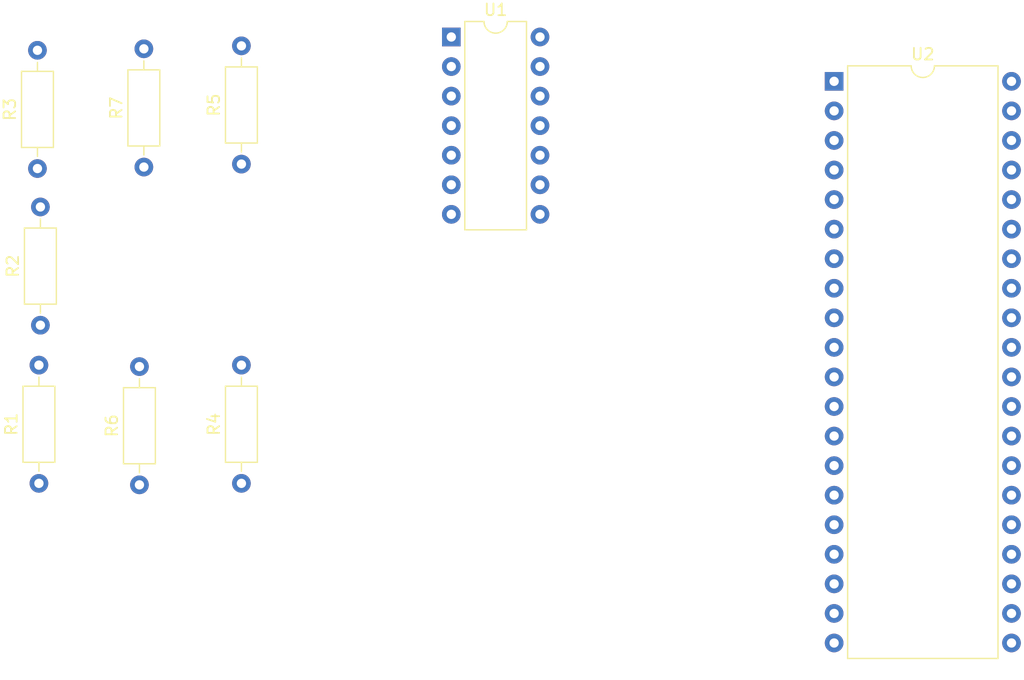
<source format=kicad_pcb>
(kicad_pcb (version 20171130) (host pcbnew "(5.1.0-rc2-4-g73f0b3087)")

  (general
    (thickness 1.6)
    (drawings 0)
    (tracks 0)
    (zones 0)
    (modules 9)
    (nets 43)
  )

  (page A4)
  (layers
    (0 F.Cu signal)
    (31 B.Cu signal)
    (32 B.Adhes user)
    (33 F.Adhes user)
    (34 B.Paste user)
    (35 F.Paste user)
    (36 B.SilkS user)
    (37 F.SilkS user)
    (38 B.Mask user)
    (39 F.Mask user)
    (40 Dwgs.User user)
    (41 Cmts.User user)
    (42 Eco1.User user)
    (43 Eco2.User user)
    (44 Edge.Cuts user)
    (45 Margin user)
    (46 B.CrtYd user)
    (47 F.CrtYd user)
    (48 B.Fab user)
    (49 F.Fab user)
  )

  (setup
    (last_trace_width 0.25)
    (trace_clearance 0.2)
    (zone_clearance 0.508)
    (zone_45_only no)
    (trace_min 0.2)
    (via_size 0.8)
    (via_drill 0.4)
    (via_min_size 0.4)
    (via_min_drill 0.3)
    (uvia_size 0.3)
    (uvia_drill 0.1)
    (uvias_allowed no)
    (uvia_min_size 0.2)
    (uvia_min_drill 0.1)
    (edge_width 0.15)
    (segment_width 0.2)
    (pcb_text_width 0.3)
    (pcb_text_size 1.5 1.5)
    (mod_edge_width 0.15)
    (mod_text_size 1 1)
    (mod_text_width 0.15)
    (pad_size 1.524 1.524)
    (pad_drill 0.762)
    (pad_to_mask_clearance 0.2)
    (aux_axis_origin 0 0)
    (visible_elements 7FFFFFFF)
    (pcbplotparams
      (layerselection 0x010fc_ffffffff)
      (usegerberextensions false)
      (usegerberattributes false)
      (usegerberadvancedattributes false)
      (creategerberjobfile false)
      (excludeedgelayer true)
      (linewidth 0.100000)
      (plotframeref false)
      (viasonmask false)
      (mode 1)
      (useauxorigin false)
      (hpglpennumber 1)
      (hpglpenspeed 20)
      (hpglpendiameter 15.000000)
      (psnegative false)
      (psa4output false)
      (plotreference true)
      (plotvalue true)
      (plotinvisibletext false)
      (padsonsilk false)
      (subtractmaskfromsilk false)
      (outputformat 1)
      (mirror false)
      (drillshape 1)
      (scaleselection 1)
      (outputdirectory ""))
  )

  (net 0 "")
  (net 1 +5V)
  (net 2 "Net-(R1-Pad2)")
  (net 3 "Net-(R2-Pad2)")
  (net 4 GND)
  (net 5 "Net-(R4-Pad2)")
  (net 6 "Net-(R6-Pad2)")
  (net 7 "Net-(U1-Pad1)")
  (net 8 /Level1/out_level_1)
  (net 9 "Net-(U1-Pad6)")
  (net 10 /Level1/out_level_2)
  (net 11 "Net-(U2-Pad1)")
  (net 12 "Net-(U2-Pad21)")
  (net 13 "Net-(U2-Pad22)")
  (net 14 "Net-(U2-Pad23)")
  (net 15 "Net-(U2-Pad24)")
  (net 16 "Net-(U2-Pad25)")
  (net 17 "Net-(U2-Pad6)")
  (net 18 "Net-(U2-Pad26)")
  (net 19 "Net-(U2-Pad7)")
  (net 20 "Net-(U2-Pad27)")
  (net 21 "Net-(U2-Pad8)")
  (net 22 "Net-(U2-Pad28)")
  (net 23 "Net-(U2-Pad9)")
  (net 24 "Net-(U2-Pad29)")
  (net 25 "Net-(U2-Pad10)")
  (net 26 "Net-(U2-Pad30)")
  (net 27 "Net-(U2-Pad13)")
  (net 28 "Net-(U2-Pad33)")
  (net 29 "Net-(U2-Pad14)")
  (net 30 "Net-(U2-Pad34)")
  (net 31 "Net-(U2-Pad15)")
  (net 32 "Net-(U2-Pad35)")
  (net 33 "Net-(U2-Pad16)")
  (net 34 "Net-(U2-Pad36)")
  (net 35 "Net-(U2-Pad17)")
  (net 36 "Net-(U2-Pad37)")
  (net 37 "Net-(U2-Pad18)")
  (net 38 "Net-(U2-Pad38)")
  (net 39 "Net-(U2-Pad19)")
  (net 40 "Net-(U2-Pad39)")
  (net 41 "Net-(U2-Pad20)")
  (net 42 "Net-(U2-Pad40)")

  (net_class Default "This is the default net class."
    (clearance 0.2)
    (trace_width 0.25)
    (via_dia 0.8)
    (via_drill 0.4)
    (uvia_dia 0.3)
    (uvia_drill 0.1)
    (add_net +5V)
    (add_net /Level1/out_level_1)
    (add_net /Level1/out_level_2)
    (add_net GND)
    (add_net "Net-(R1-Pad2)")
    (add_net "Net-(R2-Pad2)")
    (add_net "Net-(R4-Pad2)")
    (add_net "Net-(R6-Pad2)")
    (add_net "Net-(U1-Pad1)")
    (add_net "Net-(U1-Pad6)")
    (add_net "Net-(U2-Pad1)")
    (add_net "Net-(U2-Pad10)")
    (add_net "Net-(U2-Pad13)")
    (add_net "Net-(U2-Pad14)")
    (add_net "Net-(U2-Pad15)")
    (add_net "Net-(U2-Pad16)")
    (add_net "Net-(U2-Pad17)")
    (add_net "Net-(U2-Pad18)")
    (add_net "Net-(U2-Pad19)")
    (add_net "Net-(U2-Pad20)")
    (add_net "Net-(U2-Pad21)")
    (add_net "Net-(U2-Pad22)")
    (add_net "Net-(U2-Pad23)")
    (add_net "Net-(U2-Pad24)")
    (add_net "Net-(U2-Pad25)")
    (add_net "Net-(U2-Pad26)")
    (add_net "Net-(U2-Pad27)")
    (add_net "Net-(U2-Pad28)")
    (add_net "Net-(U2-Pad29)")
    (add_net "Net-(U2-Pad30)")
    (add_net "Net-(U2-Pad33)")
    (add_net "Net-(U2-Pad34)")
    (add_net "Net-(U2-Pad35)")
    (add_net "Net-(U2-Pad36)")
    (add_net "Net-(U2-Pad37)")
    (add_net "Net-(U2-Pad38)")
    (add_net "Net-(U2-Pad39)")
    (add_net "Net-(U2-Pad40)")
    (add_net "Net-(U2-Pad6)")
    (add_net "Net-(U2-Pad7)")
    (add_net "Net-(U2-Pad8)")
    (add_net "Net-(U2-Pad9)")
  )

  (module Resistor_THT:R_Axial_DIN0207_L6.3mm_D2.5mm_P10.16mm_Horizontal (layer F.Cu) (tedit 5AE5139B) (tstamp 5B2A5074)
    (at 70.739 90.17 90)
    (descr "Resistor, Axial_DIN0207 series, Axial, Horizontal, pin pitch=10.16mm, 0.25W = 1/4W, length*diameter=6.3*2.5mm^2, http://cdn-reichelt.de/documents/datenblatt/B400/1_4W%23YAG.pdf")
    (tags "Resistor Axial_DIN0207 series Axial Horizontal pin pitch 10.16mm 0.25W = 1/4W length 6.3mm diameter 2.5mm")
    (path /5B2A1D2D)
    (fp_text reference R1 (at 5.08 -2.37 90) (layer F.SilkS)
      (effects (font (size 1 1) (thickness 0.15)))
    )
    (fp_text value R (at 5.08 2.37 90) (layer F.Fab)
      (effects (font (size 1 1) (thickness 0.15)))
    )
    (fp_line (start 1.93 -1.25) (end 1.93 1.25) (layer F.Fab) (width 0.1))
    (fp_line (start 1.93 1.25) (end 8.23 1.25) (layer F.Fab) (width 0.1))
    (fp_line (start 8.23 1.25) (end 8.23 -1.25) (layer F.Fab) (width 0.1))
    (fp_line (start 8.23 -1.25) (end 1.93 -1.25) (layer F.Fab) (width 0.1))
    (fp_line (start 0 0) (end 1.93 0) (layer F.Fab) (width 0.1))
    (fp_line (start 10.16 0) (end 8.23 0) (layer F.Fab) (width 0.1))
    (fp_line (start 1.81 -1.37) (end 1.81 1.37) (layer F.SilkS) (width 0.12))
    (fp_line (start 1.81 1.37) (end 8.35 1.37) (layer F.SilkS) (width 0.12))
    (fp_line (start 8.35 1.37) (end 8.35 -1.37) (layer F.SilkS) (width 0.12))
    (fp_line (start 8.35 -1.37) (end 1.81 -1.37) (layer F.SilkS) (width 0.12))
    (fp_line (start 1.04 0) (end 1.81 0) (layer F.SilkS) (width 0.12))
    (fp_line (start 9.12 0) (end 8.35 0) (layer F.SilkS) (width 0.12))
    (fp_line (start -1.05 -1.5) (end -1.05 1.5) (layer F.CrtYd) (width 0.05))
    (fp_line (start -1.05 1.5) (end 11.21 1.5) (layer F.CrtYd) (width 0.05))
    (fp_line (start 11.21 1.5) (end 11.21 -1.5) (layer F.CrtYd) (width 0.05))
    (fp_line (start 11.21 -1.5) (end -1.05 -1.5) (layer F.CrtYd) (width 0.05))
    (fp_text user %R (at 5.08 0 90) (layer F.Fab)
      (effects (font (size 1 1) (thickness 0.15)))
    )
    (pad 1 thru_hole circle (at 0 0 90) (size 1.6 1.6) (drill 0.8) (layers *.Cu *.Mask)
      (net 1 +5V))
    (pad 2 thru_hole oval (at 10.16 0 90) (size 1.6 1.6) (drill 0.8) (layers *.Cu *.Mask)
      (net 2 "Net-(R1-Pad2)"))
    (model ${KISYS3DMOD}/Resistor_THT.3dshapes/R_Axial_DIN0207_L6.3mm_D2.5mm_P10.16mm_Horizontal.wrl
      (at (xyz 0 0 0))
      (scale (xyz 1 1 1))
      (rotate (xyz 0 0 0))
    )
  )

  (module Resistor_THT:R_Axial_DIN0207_L6.3mm_D2.5mm_P10.16mm_Horizontal (layer F.Cu) (tedit 5AE5139B) (tstamp 5B2A4A20)
    (at 70.866 76.581 90)
    (descr "Resistor, Axial_DIN0207 series, Axial, Horizontal, pin pitch=10.16mm, 0.25W = 1/4W, length*diameter=6.3*2.5mm^2, http://cdn-reichelt.de/documents/datenblatt/B400/1_4W%23YAG.pdf")
    (tags "Resistor Axial_DIN0207 series Axial Horizontal pin pitch 10.16mm 0.25W = 1/4W length 6.3mm diameter 2.5mm")
    (path /5B2A1EAA)
    (fp_text reference R2 (at 5.08 -2.37 90) (layer F.SilkS)
      (effects (font (size 1 1) (thickness 0.15)))
    )
    (fp_text value R (at 5.08 2.37 90) (layer F.Fab)
      (effects (font (size 1 1) (thickness 0.15)))
    )
    (fp_text user %R (at 5.08 0 90) (layer F.Fab)
      (effects (font (size 1 1) (thickness 0.15)))
    )
    (fp_line (start 11.21 -1.5) (end -1.05 -1.5) (layer F.CrtYd) (width 0.05))
    (fp_line (start 11.21 1.5) (end 11.21 -1.5) (layer F.CrtYd) (width 0.05))
    (fp_line (start -1.05 1.5) (end 11.21 1.5) (layer F.CrtYd) (width 0.05))
    (fp_line (start -1.05 -1.5) (end -1.05 1.5) (layer F.CrtYd) (width 0.05))
    (fp_line (start 9.12 0) (end 8.35 0) (layer F.SilkS) (width 0.12))
    (fp_line (start 1.04 0) (end 1.81 0) (layer F.SilkS) (width 0.12))
    (fp_line (start 8.35 -1.37) (end 1.81 -1.37) (layer F.SilkS) (width 0.12))
    (fp_line (start 8.35 1.37) (end 8.35 -1.37) (layer F.SilkS) (width 0.12))
    (fp_line (start 1.81 1.37) (end 8.35 1.37) (layer F.SilkS) (width 0.12))
    (fp_line (start 1.81 -1.37) (end 1.81 1.37) (layer F.SilkS) (width 0.12))
    (fp_line (start 10.16 0) (end 8.23 0) (layer F.Fab) (width 0.1))
    (fp_line (start 0 0) (end 1.93 0) (layer F.Fab) (width 0.1))
    (fp_line (start 8.23 -1.25) (end 1.93 -1.25) (layer F.Fab) (width 0.1))
    (fp_line (start 8.23 1.25) (end 8.23 -1.25) (layer F.Fab) (width 0.1))
    (fp_line (start 1.93 1.25) (end 8.23 1.25) (layer F.Fab) (width 0.1))
    (fp_line (start 1.93 -1.25) (end 1.93 1.25) (layer F.Fab) (width 0.1))
    (pad 2 thru_hole oval (at 10.16 0 90) (size 1.6 1.6) (drill 0.8) (layers *.Cu *.Mask)
      (net 3 "Net-(R2-Pad2)"))
    (pad 1 thru_hole circle (at 0 0 90) (size 1.6 1.6) (drill 0.8) (layers *.Cu *.Mask)
      (net 2 "Net-(R1-Pad2)"))
    (model ${KISYS3DMOD}/Resistor_THT.3dshapes/R_Axial_DIN0207_L6.3mm_D2.5mm_P10.16mm_Horizontal.wrl
      (at (xyz 0 0 0))
      (scale (xyz 1 1 1))
      (rotate (xyz 0 0 0))
    )
  )

  (module Resistor_THT:R_Axial_DIN0207_L6.3mm_D2.5mm_P10.16mm_Horizontal (layer F.Cu) (tedit 5AE5139B) (tstamp 5B2A4A37)
    (at 70.612 63.119 90)
    (descr "Resistor, Axial_DIN0207 series, Axial, Horizontal, pin pitch=10.16mm, 0.25W = 1/4W, length*diameter=6.3*2.5mm^2, http://cdn-reichelt.de/documents/datenblatt/B400/1_4W%23YAG.pdf")
    (tags "Resistor Axial_DIN0207 series Axial Horizontal pin pitch 10.16mm 0.25W = 1/4W length 6.3mm diameter 2.5mm")
    (path /5B2A1F16)
    (fp_text reference R3 (at 5.08 -2.37 90) (layer F.SilkS)
      (effects (font (size 1 1) (thickness 0.15)))
    )
    (fp_text value R (at 5.08 2.37 90) (layer F.Fab)
      (effects (font (size 1 1) (thickness 0.15)))
    )
    (fp_line (start 1.93 -1.25) (end 1.93 1.25) (layer F.Fab) (width 0.1))
    (fp_line (start 1.93 1.25) (end 8.23 1.25) (layer F.Fab) (width 0.1))
    (fp_line (start 8.23 1.25) (end 8.23 -1.25) (layer F.Fab) (width 0.1))
    (fp_line (start 8.23 -1.25) (end 1.93 -1.25) (layer F.Fab) (width 0.1))
    (fp_line (start 0 0) (end 1.93 0) (layer F.Fab) (width 0.1))
    (fp_line (start 10.16 0) (end 8.23 0) (layer F.Fab) (width 0.1))
    (fp_line (start 1.81 -1.37) (end 1.81 1.37) (layer F.SilkS) (width 0.12))
    (fp_line (start 1.81 1.37) (end 8.35 1.37) (layer F.SilkS) (width 0.12))
    (fp_line (start 8.35 1.37) (end 8.35 -1.37) (layer F.SilkS) (width 0.12))
    (fp_line (start 8.35 -1.37) (end 1.81 -1.37) (layer F.SilkS) (width 0.12))
    (fp_line (start 1.04 0) (end 1.81 0) (layer F.SilkS) (width 0.12))
    (fp_line (start 9.12 0) (end 8.35 0) (layer F.SilkS) (width 0.12))
    (fp_line (start -1.05 -1.5) (end -1.05 1.5) (layer F.CrtYd) (width 0.05))
    (fp_line (start -1.05 1.5) (end 11.21 1.5) (layer F.CrtYd) (width 0.05))
    (fp_line (start 11.21 1.5) (end 11.21 -1.5) (layer F.CrtYd) (width 0.05))
    (fp_line (start 11.21 -1.5) (end -1.05 -1.5) (layer F.CrtYd) (width 0.05))
    (fp_text user %R (at 5.08 0 90) (layer F.Fab)
      (effects (font (size 1 1) (thickness 0.15)))
    )
    (pad 1 thru_hole circle (at 0 0 90) (size 1.6 1.6) (drill 0.8) (layers *.Cu *.Mask)
      (net 3 "Net-(R2-Pad2)"))
    (pad 2 thru_hole oval (at 10.16 0 90) (size 1.6 1.6) (drill 0.8) (layers *.Cu *.Mask)
      (net 4 GND))
    (model ${KISYS3DMOD}/Resistor_THT.3dshapes/R_Axial_DIN0207_L6.3mm_D2.5mm_P10.16mm_Horizontal.wrl
      (at (xyz 0 0 0))
      (scale (xyz 1 1 1))
      (rotate (xyz 0 0 0))
    )
  )

  (module Resistor_THT:R_Axial_DIN0207_L6.3mm_D2.5mm_P10.16mm_Horizontal (layer F.Cu) (tedit 5AE5139B) (tstamp 5B2A4A4E)
    (at 88.138 90.17 90)
    (descr "Resistor, Axial_DIN0207 series, Axial, Horizontal, pin pitch=10.16mm, 0.25W = 1/4W, length*diameter=6.3*2.5mm^2, http://cdn-reichelt.de/documents/datenblatt/B400/1_4W%23YAG.pdf")
    (tags "Resistor Axial_DIN0207 series Axial Horizontal pin pitch 10.16mm 0.25W = 1/4W length 6.3mm diameter 2.5mm")
    (path /5B2A1286/5B2A4B5E)
    (fp_text reference R4 (at 5.08 -2.37 90) (layer F.SilkS)
      (effects (font (size 1 1) (thickness 0.15)))
    )
    (fp_text value R (at 5.08 2.37 90) (layer F.Fab)
      (effects (font (size 1 1) (thickness 0.15)))
    )
    (fp_text user %R (at 5.08 0 90) (layer F.Fab)
      (effects (font (size 1 1) (thickness 0.15)))
    )
    (fp_line (start 11.21 -1.5) (end -1.05 -1.5) (layer F.CrtYd) (width 0.05))
    (fp_line (start 11.21 1.5) (end 11.21 -1.5) (layer F.CrtYd) (width 0.05))
    (fp_line (start -1.05 1.5) (end 11.21 1.5) (layer F.CrtYd) (width 0.05))
    (fp_line (start -1.05 -1.5) (end -1.05 1.5) (layer F.CrtYd) (width 0.05))
    (fp_line (start 9.12 0) (end 8.35 0) (layer F.SilkS) (width 0.12))
    (fp_line (start 1.04 0) (end 1.81 0) (layer F.SilkS) (width 0.12))
    (fp_line (start 8.35 -1.37) (end 1.81 -1.37) (layer F.SilkS) (width 0.12))
    (fp_line (start 8.35 1.37) (end 8.35 -1.37) (layer F.SilkS) (width 0.12))
    (fp_line (start 1.81 1.37) (end 8.35 1.37) (layer F.SilkS) (width 0.12))
    (fp_line (start 1.81 -1.37) (end 1.81 1.37) (layer F.SilkS) (width 0.12))
    (fp_line (start 10.16 0) (end 8.23 0) (layer F.Fab) (width 0.1))
    (fp_line (start 0 0) (end 1.93 0) (layer F.Fab) (width 0.1))
    (fp_line (start 8.23 -1.25) (end 1.93 -1.25) (layer F.Fab) (width 0.1))
    (fp_line (start 8.23 1.25) (end 8.23 -1.25) (layer F.Fab) (width 0.1))
    (fp_line (start 1.93 1.25) (end 8.23 1.25) (layer F.Fab) (width 0.1))
    (fp_line (start 1.93 -1.25) (end 1.93 1.25) (layer F.Fab) (width 0.1))
    (pad 2 thru_hole oval (at 10.16 0 90) (size 1.6 1.6) (drill 0.8) (layers *.Cu *.Mask)
      (net 5 "Net-(R4-Pad2)"))
    (pad 1 thru_hole circle (at 0 0 90) (size 1.6 1.6) (drill 0.8) (layers *.Cu *.Mask)
      (net 1 +5V))
    (model ${KISYS3DMOD}/Resistor_THT.3dshapes/R_Axial_DIN0207_L6.3mm_D2.5mm_P10.16mm_Horizontal.wrl
      (at (xyz 0 0 0))
      (scale (xyz 1 1 1))
      (rotate (xyz 0 0 0))
    )
  )

  (module Resistor_THT:R_Axial_DIN0207_L6.3mm_D2.5mm_P10.16mm_Horizontal (layer F.Cu) (tedit 5AE5139B) (tstamp 5B2A4A65)
    (at 88.138 62.738 90)
    (descr "Resistor, Axial_DIN0207 series, Axial, Horizontal, pin pitch=10.16mm, 0.25W = 1/4W, length*diameter=6.3*2.5mm^2, http://cdn-reichelt.de/documents/datenblatt/B400/1_4W%23YAG.pdf")
    (tags "Resistor Axial_DIN0207 series Axial Horizontal pin pitch 10.16mm 0.25W = 1/4W length 6.3mm diameter 2.5mm")
    (path /5B2A1286/5B2A4B6D)
    (fp_text reference R5 (at 5.08 -2.37 90) (layer F.SilkS)
      (effects (font (size 1 1) (thickness 0.15)))
    )
    (fp_text value R (at 5.08 2.37 90) (layer F.Fab)
      (effects (font (size 1 1) (thickness 0.15)))
    )
    (fp_line (start 1.93 -1.25) (end 1.93 1.25) (layer F.Fab) (width 0.1))
    (fp_line (start 1.93 1.25) (end 8.23 1.25) (layer F.Fab) (width 0.1))
    (fp_line (start 8.23 1.25) (end 8.23 -1.25) (layer F.Fab) (width 0.1))
    (fp_line (start 8.23 -1.25) (end 1.93 -1.25) (layer F.Fab) (width 0.1))
    (fp_line (start 0 0) (end 1.93 0) (layer F.Fab) (width 0.1))
    (fp_line (start 10.16 0) (end 8.23 0) (layer F.Fab) (width 0.1))
    (fp_line (start 1.81 -1.37) (end 1.81 1.37) (layer F.SilkS) (width 0.12))
    (fp_line (start 1.81 1.37) (end 8.35 1.37) (layer F.SilkS) (width 0.12))
    (fp_line (start 8.35 1.37) (end 8.35 -1.37) (layer F.SilkS) (width 0.12))
    (fp_line (start 8.35 -1.37) (end 1.81 -1.37) (layer F.SilkS) (width 0.12))
    (fp_line (start 1.04 0) (end 1.81 0) (layer F.SilkS) (width 0.12))
    (fp_line (start 9.12 0) (end 8.35 0) (layer F.SilkS) (width 0.12))
    (fp_line (start -1.05 -1.5) (end -1.05 1.5) (layer F.CrtYd) (width 0.05))
    (fp_line (start -1.05 1.5) (end 11.21 1.5) (layer F.CrtYd) (width 0.05))
    (fp_line (start 11.21 1.5) (end 11.21 -1.5) (layer F.CrtYd) (width 0.05))
    (fp_line (start 11.21 -1.5) (end -1.05 -1.5) (layer F.CrtYd) (width 0.05))
    (fp_text user %R (at 5.08 0 90) (layer F.Fab)
      (effects (font (size 1 1) (thickness 0.15)))
    )
    (pad 1 thru_hole circle (at 0 0 90) (size 1.6 1.6) (drill 0.8) (layers *.Cu *.Mask)
      (net 5 "Net-(R4-Pad2)"))
    (pad 2 thru_hole oval (at 10.16 0 90) (size 1.6 1.6) (drill 0.8) (layers *.Cu *.Mask)
      (net 4 GND))
    (model ${KISYS3DMOD}/Resistor_THT.3dshapes/R_Axial_DIN0207_L6.3mm_D2.5mm_P10.16mm_Horizontal.wrl
      (at (xyz 0 0 0))
      (scale (xyz 1 1 1))
      (rotate (xyz 0 0 0))
    )
  )

  (module Resistor_THT:R_Axial_DIN0207_L6.3mm_D2.5mm_P10.16mm_Horizontal (layer F.Cu) (tedit 5AE5139B) (tstamp 5B2A4A7C)
    (at 79.375 90.297 90)
    (descr "Resistor, Axial_DIN0207 series, Axial, Horizontal, pin pitch=10.16mm, 0.25W = 1/4W, length*diameter=6.3*2.5mm^2, http://cdn-reichelt.de/documents/datenblatt/B400/1_4W%23YAG.pdf")
    (tags "Resistor Axial_DIN0207 series Axial Horizontal pin pitch 10.16mm 0.25W = 1/4W length 6.3mm diameter 2.5mm")
    (path /5B2A1286/5B2A1299/5B2A4F5C)
    (fp_text reference R6 (at 5.08 -2.37 90) (layer F.SilkS)
      (effects (font (size 1 1) (thickness 0.15)))
    )
    (fp_text value R (at 5.08 2.37 90) (layer F.Fab)
      (effects (font (size 1 1) (thickness 0.15)))
    )
    (fp_text user %R (at 5.08 0 90) (layer F.Fab)
      (effects (font (size 1 1) (thickness 0.15)))
    )
    (fp_line (start 11.21 -1.5) (end -1.05 -1.5) (layer F.CrtYd) (width 0.05))
    (fp_line (start 11.21 1.5) (end 11.21 -1.5) (layer F.CrtYd) (width 0.05))
    (fp_line (start -1.05 1.5) (end 11.21 1.5) (layer F.CrtYd) (width 0.05))
    (fp_line (start -1.05 -1.5) (end -1.05 1.5) (layer F.CrtYd) (width 0.05))
    (fp_line (start 9.12 0) (end 8.35 0) (layer F.SilkS) (width 0.12))
    (fp_line (start 1.04 0) (end 1.81 0) (layer F.SilkS) (width 0.12))
    (fp_line (start 8.35 -1.37) (end 1.81 -1.37) (layer F.SilkS) (width 0.12))
    (fp_line (start 8.35 1.37) (end 8.35 -1.37) (layer F.SilkS) (width 0.12))
    (fp_line (start 1.81 1.37) (end 8.35 1.37) (layer F.SilkS) (width 0.12))
    (fp_line (start 1.81 -1.37) (end 1.81 1.37) (layer F.SilkS) (width 0.12))
    (fp_line (start 10.16 0) (end 8.23 0) (layer F.Fab) (width 0.1))
    (fp_line (start 0 0) (end 1.93 0) (layer F.Fab) (width 0.1))
    (fp_line (start 8.23 -1.25) (end 1.93 -1.25) (layer F.Fab) (width 0.1))
    (fp_line (start 8.23 1.25) (end 8.23 -1.25) (layer F.Fab) (width 0.1))
    (fp_line (start 1.93 1.25) (end 8.23 1.25) (layer F.Fab) (width 0.1))
    (fp_line (start 1.93 -1.25) (end 1.93 1.25) (layer F.Fab) (width 0.1))
    (pad 2 thru_hole oval (at 10.16 0 90) (size 1.6 1.6) (drill 0.8) (layers *.Cu *.Mask)
      (net 6 "Net-(R6-Pad2)"))
    (pad 1 thru_hole circle (at 0 0 90) (size 1.6 1.6) (drill 0.8) (layers *.Cu *.Mask)
      (net 1 +5V))
    (model ${KISYS3DMOD}/Resistor_THT.3dshapes/R_Axial_DIN0207_L6.3mm_D2.5mm_P10.16mm_Horizontal.wrl
      (at (xyz 0 0 0))
      (scale (xyz 1 1 1))
      (rotate (xyz 0 0 0))
    )
  )

  (module Resistor_THT:R_Axial_DIN0207_L6.3mm_D2.5mm_P10.16mm_Horizontal (layer F.Cu) (tedit 5AE5139B) (tstamp 5B2A4A93)
    (at 79.756 62.992 90)
    (descr "Resistor, Axial_DIN0207 series, Axial, Horizontal, pin pitch=10.16mm, 0.25W = 1/4W, length*diameter=6.3*2.5mm^2, http://cdn-reichelt.de/documents/datenblatt/B400/1_4W%23YAG.pdf")
    (tags "Resistor Axial_DIN0207 series Axial Horizontal pin pitch 10.16mm 0.25W = 1/4W length 6.3mm diameter 2.5mm")
    (path /5B2A1286/5B2A1299/5B2A4F63)
    (fp_text reference R7 (at 5.08 -2.37 90) (layer F.SilkS)
      (effects (font (size 1 1) (thickness 0.15)))
    )
    (fp_text value R (at 5.08 2.37 90) (layer F.Fab)
      (effects (font (size 1 1) (thickness 0.15)))
    )
    (fp_line (start 1.93 -1.25) (end 1.93 1.25) (layer F.Fab) (width 0.1))
    (fp_line (start 1.93 1.25) (end 8.23 1.25) (layer F.Fab) (width 0.1))
    (fp_line (start 8.23 1.25) (end 8.23 -1.25) (layer F.Fab) (width 0.1))
    (fp_line (start 8.23 -1.25) (end 1.93 -1.25) (layer F.Fab) (width 0.1))
    (fp_line (start 0 0) (end 1.93 0) (layer F.Fab) (width 0.1))
    (fp_line (start 10.16 0) (end 8.23 0) (layer F.Fab) (width 0.1))
    (fp_line (start 1.81 -1.37) (end 1.81 1.37) (layer F.SilkS) (width 0.12))
    (fp_line (start 1.81 1.37) (end 8.35 1.37) (layer F.SilkS) (width 0.12))
    (fp_line (start 8.35 1.37) (end 8.35 -1.37) (layer F.SilkS) (width 0.12))
    (fp_line (start 8.35 -1.37) (end 1.81 -1.37) (layer F.SilkS) (width 0.12))
    (fp_line (start 1.04 0) (end 1.81 0) (layer F.SilkS) (width 0.12))
    (fp_line (start 9.12 0) (end 8.35 0) (layer F.SilkS) (width 0.12))
    (fp_line (start -1.05 -1.5) (end -1.05 1.5) (layer F.CrtYd) (width 0.05))
    (fp_line (start -1.05 1.5) (end 11.21 1.5) (layer F.CrtYd) (width 0.05))
    (fp_line (start 11.21 1.5) (end 11.21 -1.5) (layer F.CrtYd) (width 0.05))
    (fp_line (start 11.21 -1.5) (end -1.05 -1.5) (layer F.CrtYd) (width 0.05))
    (fp_text user %R (at 5.08 0 90) (layer F.Fab)
      (effects (font (size 1 1) (thickness 0.15)))
    )
    (pad 1 thru_hole circle (at 0 0 90) (size 1.6 1.6) (drill 0.8) (layers *.Cu *.Mask)
      (net 6 "Net-(R6-Pad2)"))
    (pad 2 thru_hole oval (at 10.16 0 90) (size 1.6 1.6) (drill 0.8) (layers *.Cu *.Mask)
      (net 4 GND))
    (model ${KISYS3DMOD}/Resistor_THT.3dshapes/R_Axial_DIN0207_L6.3mm_D2.5mm_P10.16mm_Horizontal.wrl
      (at (xyz 0 0 0))
      (scale (xyz 1 1 1))
      (rotate (xyz 0 0 0))
    )
  )

  (module Package_DIP:DIP-14_W7.62mm (layer F.Cu) (tedit 5A02E8C5) (tstamp 5B2A4AB5)
    (at 106.172 51.816)
    (descr "14-lead though-hole mounted DIP package, row spacing 7.62 mm (300 mils)")
    (tags "THT DIP DIL PDIP 2.54mm 7.62mm 300mil")
    (path /5B2A166D)
    (fp_text reference U1 (at 3.81 -2.33) (layer F.SilkS)
      (effects (font (size 1 1) (thickness 0.15)))
    )
    (fp_text value LM324 (at 3.81 17.57) (layer F.Fab)
      (effects (font (size 1 1) (thickness 0.15)))
    )
    (fp_arc (start 3.81 -1.33) (end 2.81 -1.33) (angle -180) (layer F.SilkS) (width 0.12))
    (fp_line (start 1.635 -1.27) (end 6.985 -1.27) (layer F.Fab) (width 0.1))
    (fp_line (start 6.985 -1.27) (end 6.985 16.51) (layer F.Fab) (width 0.1))
    (fp_line (start 6.985 16.51) (end 0.635 16.51) (layer F.Fab) (width 0.1))
    (fp_line (start 0.635 16.51) (end 0.635 -0.27) (layer F.Fab) (width 0.1))
    (fp_line (start 0.635 -0.27) (end 1.635 -1.27) (layer F.Fab) (width 0.1))
    (fp_line (start 2.81 -1.33) (end 1.16 -1.33) (layer F.SilkS) (width 0.12))
    (fp_line (start 1.16 -1.33) (end 1.16 16.57) (layer F.SilkS) (width 0.12))
    (fp_line (start 1.16 16.57) (end 6.46 16.57) (layer F.SilkS) (width 0.12))
    (fp_line (start 6.46 16.57) (end 6.46 -1.33) (layer F.SilkS) (width 0.12))
    (fp_line (start 6.46 -1.33) (end 4.81 -1.33) (layer F.SilkS) (width 0.12))
    (fp_line (start -1.1 -1.55) (end -1.1 16.8) (layer F.CrtYd) (width 0.05))
    (fp_line (start -1.1 16.8) (end 8.7 16.8) (layer F.CrtYd) (width 0.05))
    (fp_line (start 8.7 16.8) (end 8.7 -1.55) (layer F.CrtYd) (width 0.05))
    (fp_line (start 8.7 -1.55) (end -1.1 -1.55) (layer F.CrtYd) (width 0.05))
    (fp_text user %R (at 3.81 7.62) (layer F.Fab)
      (effects (font (size 1 1) (thickness 0.15)))
    )
    (pad 1 thru_hole rect (at 0 0) (size 1.6 1.6) (drill 0.8) (layers *.Cu *.Mask)
      (net 7 "Net-(U1-Pad1)"))
    (pad 8 thru_hole oval (at 7.62 15.24) (size 1.6 1.6) (drill 0.8) (layers *.Cu *.Mask)
      (net 8 /Level1/out_level_1))
    (pad 2 thru_hole oval (at 0 2.54) (size 1.6 1.6) (drill 0.8) (layers *.Cu *.Mask)
      (net 7 "Net-(U1-Pad1)"))
    (pad 9 thru_hole oval (at 7.62 12.7) (size 1.6 1.6) (drill 0.8) (layers *.Cu *.Mask)
      (net 8 /Level1/out_level_1))
    (pad 3 thru_hole oval (at 0 5.08) (size 1.6 1.6) (drill 0.8) (layers *.Cu *.Mask)
      (net 2 "Net-(R1-Pad2)"))
    (pad 10 thru_hole oval (at 7.62 10.16) (size 1.6 1.6) (drill 0.8) (layers *.Cu *.Mask)
      (net 5 "Net-(R4-Pad2)"))
    (pad 4 thru_hole oval (at 0 7.62) (size 1.6 1.6) (drill 0.8) (layers *.Cu *.Mask)
      (net 1 +5V))
    (pad 11 thru_hole oval (at 7.62 7.62) (size 1.6 1.6) (drill 0.8) (layers *.Cu *.Mask)
      (net 4 GND))
    (pad 5 thru_hole oval (at 0 10.16) (size 1.6 1.6) (drill 0.8) (layers *.Cu *.Mask)
      (net 3 "Net-(R2-Pad2)"))
    (pad 12 thru_hole oval (at 7.62 5.08) (size 1.6 1.6) (drill 0.8) (layers *.Cu *.Mask)
      (net 6 "Net-(R6-Pad2)"))
    (pad 6 thru_hole oval (at 0 12.7) (size 1.6 1.6) (drill 0.8) (layers *.Cu *.Mask)
      (net 9 "Net-(U1-Pad6)"))
    (pad 13 thru_hole oval (at 7.62 2.54) (size 1.6 1.6) (drill 0.8) (layers *.Cu *.Mask)
      (net 10 /Level1/out_level_2))
    (pad 7 thru_hole oval (at 0 15.24) (size 1.6 1.6) (drill 0.8) (layers *.Cu *.Mask)
      (net 9 "Net-(U1-Pad6)"))
    (pad 14 thru_hole oval (at 7.62 0) (size 1.6 1.6) (drill 0.8) (layers *.Cu *.Mask)
      (net 10 /Level1/out_level_2))
    (model ${KISYS3DMOD}/Package_DIP.3dshapes/DIP-14_W7.62mm.wrl
      (at (xyz 0 0 0))
      (scale (xyz 1 1 1))
      (rotate (xyz 0 0 0))
    )
  )

  (module Package_DIP:DIP-40_W15.24mm (layer F.Cu) (tedit 5A02E8C5) (tstamp 5B2A4AF1)
    (at 139.065 55.626)
    (descr "40-lead though-hole mounted DIP package, row spacing 15.24 mm (600 mils)")
    (tags "THT DIP DIL PDIP 2.54mm 15.24mm 600mil")
    (path /5B2A137B)
    (fp_text reference U2 (at 7.62 -2.33) (layer F.SilkS)
      (effects (font (size 1 1) (thickness 0.15)))
    )
    (fp_text value PIC18F452-IP (at 7.62 50.59) (layer F.Fab)
      (effects (font (size 1 1) (thickness 0.15)))
    )
    (fp_arc (start 7.62 -1.33) (end 6.62 -1.33) (angle -180) (layer F.SilkS) (width 0.12))
    (fp_line (start 1.255 -1.27) (end 14.985 -1.27) (layer F.Fab) (width 0.1))
    (fp_line (start 14.985 -1.27) (end 14.985 49.53) (layer F.Fab) (width 0.1))
    (fp_line (start 14.985 49.53) (end 0.255 49.53) (layer F.Fab) (width 0.1))
    (fp_line (start 0.255 49.53) (end 0.255 -0.27) (layer F.Fab) (width 0.1))
    (fp_line (start 0.255 -0.27) (end 1.255 -1.27) (layer F.Fab) (width 0.1))
    (fp_line (start 6.62 -1.33) (end 1.16 -1.33) (layer F.SilkS) (width 0.12))
    (fp_line (start 1.16 -1.33) (end 1.16 49.59) (layer F.SilkS) (width 0.12))
    (fp_line (start 1.16 49.59) (end 14.08 49.59) (layer F.SilkS) (width 0.12))
    (fp_line (start 14.08 49.59) (end 14.08 -1.33) (layer F.SilkS) (width 0.12))
    (fp_line (start 14.08 -1.33) (end 8.62 -1.33) (layer F.SilkS) (width 0.12))
    (fp_line (start -1.05 -1.55) (end -1.05 49.8) (layer F.CrtYd) (width 0.05))
    (fp_line (start -1.05 49.8) (end 16.3 49.8) (layer F.CrtYd) (width 0.05))
    (fp_line (start 16.3 49.8) (end 16.3 -1.55) (layer F.CrtYd) (width 0.05))
    (fp_line (start 16.3 -1.55) (end -1.05 -1.55) (layer F.CrtYd) (width 0.05))
    (fp_text user %R (at 7.62 24.13) (layer F.Fab)
      (effects (font (size 1 1) (thickness 0.15)))
    )
    (pad 1 thru_hole rect (at 0 0) (size 1.6 1.6) (drill 0.8) (layers *.Cu *.Mask)
      (net 11 "Net-(U2-Pad1)"))
    (pad 21 thru_hole oval (at 15.24 48.26) (size 1.6 1.6) (drill 0.8) (layers *.Cu *.Mask)
      (net 12 "Net-(U2-Pad21)"))
    (pad 2 thru_hole oval (at 0 2.54) (size 1.6 1.6) (drill 0.8) (layers *.Cu *.Mask)
      (net 8 /Level1/out_level_1))
    (pad 22 thru_hole oval (at 15.24 45.72) (size 1.6 1.6) (drill 0.8) (layers *.Cu *.Mask)
      (net 13 "Net-(U2-Pad22)"))
    (pad 3 thru_hole oval (at 0 5.08) (size 1.6 1.6) (drill 0.8) (layers *.Cu *.Mask)
      (net 10 /Level1/out_level_2))
    (pad 23 thru_hole oval (at 15.24 43.18) (size 1.6 1.6) (drill 0.8) (layers *.Cu *.Mask)
      (net 14 "Net-(U2-Pad23)"))
    (pad 4 thru_hole oval (at 0 7.62) (size 1.6 1.6) (drill 0.8) (layers *.Cu *.Mask)
      (net 7 "Net-(U1-Pad1)"))
    (pad 24 thru_hole oval (at 15.24 40.64) (size 1.6 1.6) (drill 0.8) (layers *.Cu *.Mask)
      (net 15 "Net-(U2-Pad24)"))
    (pad 5 thru_hole oval (at 0 10.16) (size 1.6 1.6) (drill 0.8) (layers *.Cu *.Mask)
      (net 9 "Net-(U1-Pad6)"))
    (pad 25 thru_hole oval (at 15.24 38.1) (size 1.6 1.6) (drill 0.8) (layers *.Cu *.Mask)
      (net 16 "Net-(U2-Pad25)"))
    (pad 6 thru_hole oval (at 0 12.7) (size 1.6 1.6) (drill 0.8) (layers *.Cu *.Mask)
      (net 17 "Net-(U2-Pad6)"))
    (pad 26 thru_hole oval (at 15.24 35.56) (size 1.6 1.6) (drill 0.8) (layers *.Cu *.Mask)
      (net 18 "Net-(U2-Pad26)"))
    (pad 7 thru_hole oval (at 0 15.24) (size 1.6 1.6) (drill 0.8) (layers *.Cu *.Mask)
      (net 19 "Net-(U2-Pad7)"))
    (pad 27 thru_hole oval (at 15.24 33.02) (size 1.6 1.6) (drill 0.8) (layers *.Cu *.Mask)
      (net 20 "Net-(U2-Pad27)"))
    (pad 8 thru_hole oval (at 0 17.78) (size 1.6 1.6) (drill 0.8) (layers *.Cu *.Mask)
      (net 21 "Net-(U2-Pad8)"))
    (pad 28 thru_hole oval (at 15.24 30.48) (size 1.6 1.6) (drill 0.8) (layers *.Cu *.Mask)
      (net 22 "Net-(U2-Pad28)"))
    (pad 9 thru_hole oval (at 0 20.32) (size 1.6 1.6) (drill 0.8) (layers *.Cu *.Mask)
      (net 23 "Net-(U2-Pad9)"))
    (pad 29 thru_hole oval (at 15.24 27.94) (size 1.6 1.6) (drill 0.8) (layers *.Cu *.Mask)
      (net 24 "Net-(U2-Pad29)"))
    (pad 10 thru_hole oval (at 0 22.86) (size 1.6 1.6) (drill 0.8) (layers *.Cu *.Mask)
      (net 25 "Net-(U2-Pad10)"))
    (pad 30 thru_hole oval (at 15.24 25.4) (size 1.6 1.6) (drill 0.8) (layers *.Cu *.Mask)
      (net 26 "Net-(U2-Pad30)"))
    (pad 11 thru_hole oval (at 0 25.4) (size 1.6 1.6) (drill 0.8) (layers *.Cu *.Mask)
      (net 1 +5V))
    (pad 31 thru_hole oval (at 15.24 22.86) (size 1.6 1.6) (drill 0.8) (layers *.Cu *.Mask)
      (net 4 GND))
    (pad 12 thru_hole oval (at 0 27.94) (size 1.6 1.6) (drill 0.8) (layers *.Cu *.Mask)
      (net 4 GND))
    (pad 32 thru_hole oval (at 15.24 20.32) (size 1.6 1.6) (drill 0.8) (layers *.Cu *.Mask)
      (net 1 +5V))
    (pad 13 thru_hole oval (at 0 30.48) (size 1.6 1.6) (drill 0.8) (layers *.Cu *.Mask)
      (net 27 "Net-(U2-Pad13)"))
    (pad 33 thru_hole oval (at 15.24 17.78) (size 1.6 1.6) (drill 0.8) (layers *.Cu *.Mask)
      (net 28 "Net-(U2-Pad33)"))
    (pad 14 thru_hole oval (at 0 33.02) (size 1.6 1.6) (drill 0.8) (layers *.Cu *.Mask)
      (net 29 "Net-(U2-Pad14)"))
    (pad 34 thru_hole oval (at 15.24 15.24) (size 1.6 1.6) (drill 0.8) (layers *.Cu *.Mask)
      (net 30 "Net-(U2-Pad34)"))
    (pad 15 thru_hole oval (at 0 35.56) (size 1.6 1.6) (drill 0.8) (layers *.Cu *.Mask)
      (net 31 "Net-(U2-Pad15)"))
    (pad 35 thru_hole oval (at 15.24 12.7) (size 1.6 1.6) (drill 0.8) (layers *.Cu *.Mask)
      (net 32 "Net-(U2-Pad35)"))
    (pad 16 thru_hole oval (at 0 38.1) (size 1.6 1.6) (drill 0.8) (layers *.Cu *.Mask)
      (net 33 "Net-(U2-Pad16)"))
    (pad 36 thru_hole oval (at 15.24 10.16) (size 1.6 1.6) (drill 0.8) (layers *.Cu *.Mask)
      (net 34 "Net-(U2-Pad36)"))
    (pad 17 thru_hole oval (at 0 40.64) (size 1.6 1.6) (drill 0.8) (layers *.Cu *.Mask)
      (net 35 "Net-(U2-Pad17)"))
    (pad 37 thru_hole oval (at 15.24 7.62) (size 1.6 1.6) (drill 0.8) (layers *.Cu *.Mask)
      (net 36 "Net-(U2-Pad37)"))
    (pad 18 thru_hole oval (at 0 43.18) (size 1.6 1.6) (drill 0.8) (layers *.Cu *.Mask)
      (net 37 "Net-(U2-Pad18)"))
    (pad 38 thru_hole oval (at 15.24 5.08) (size 1.6 1.6) (drill 0.8) (layers *.Cu *.Mask)
      (net 38 "Net-(U2-Pad38)"))
    (pad 19 thru_hole oval (at 0 45.72) (size 1.6 1.6) (drill 0.8) (layers *.Cu *.Mask)
      (net 39 "Net-(U2-Pad19)"))
    (pad 39 thru_hole oval (at 15.24 2.54) (size 1.6 1.6) (drill 0.8) (layers *.Cu *.Mask)
      (net 40 "Net-(U2-Pad39)"))
    (pad 20 thru_hole oval (at 0 48.26) (size 1.6 1.6) (drill 0.8) (layers *.Cu *.Mask)
      (net 41 "Net-(U2-Pad20)"))
    (pad 40 thru_hole oval (at 15.24 0) (size 1.6 1.6) (drill 0.8) (layers *.Cu *.Mask)
      (net 42 "Net-(U2-Pad40)"))
    (model ${KISYS3DMOD}/Package_DIP.3dshapes/DIP-40_W15.24mm.wrl
      (at (xyz 0 0 0))
      (scale (xyz 1 1 1))
      (rotate (xyz 0 0 0))
    )
  )

)

</source>
